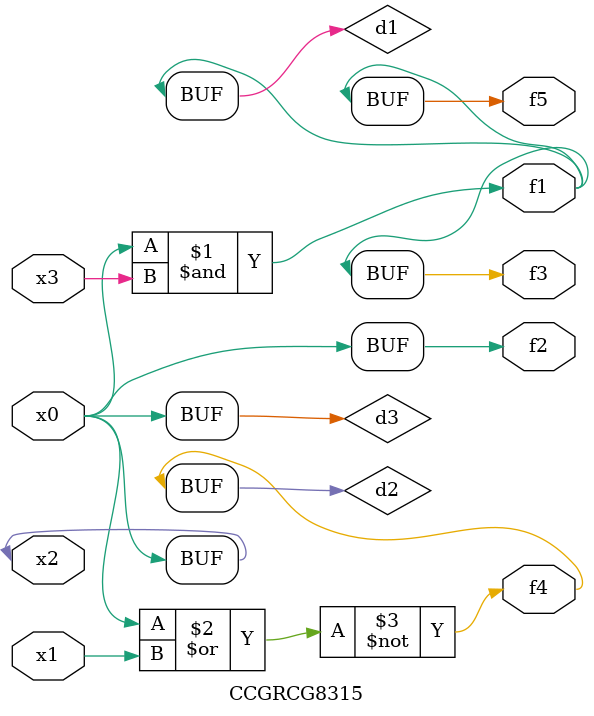
<source format=v>
module CCGRCG8315(
	input x0, x1, x2, x3,
	output f1, f2, f3, f4, f5
);

	wire d1, d2, d3;

	and (d1, x2, x3);
	nor (d2, x0, x1);
	buf (d3, x0, x2);
	assign f1 = d1;
	assign f2 = d3;
	assign f3 = d1;
	assign f4 = d2;
	assign f5 = d1;
endmodule

</source>
